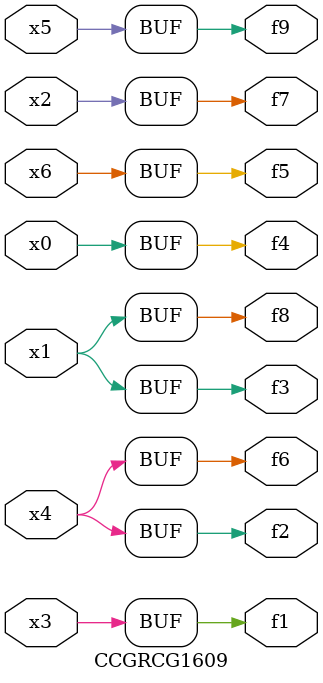
<source format=v>
module CCGRCG1609(
	input x0, x1, x2, x3, x4, x5, x6,
	output f1, f2, f3, f4, f5, f6, f7, f8, f9
);
	assign f1 = x3;
	assign f2 = x4;
	assign f3 = x1;
	assign f4 = x0;
	assign f5 = x6;
	assign f6 = x4;
	assign f7 = x2;
	assign f8 = x1;
	assign f9 = x5;
endmodule

</source>
